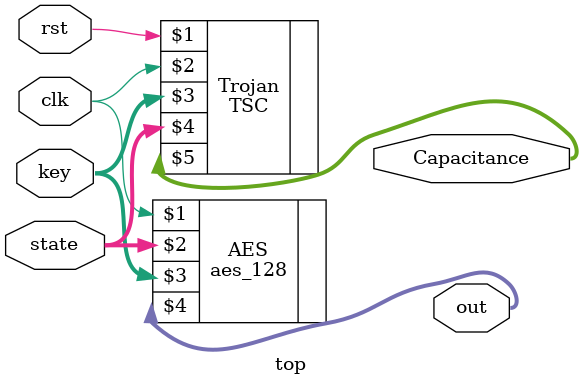
<source format=v>
`timescale 1ns / 1ps
module top(
    input clk,
    input rst,
    input [127:0] state,
    input [127:0] key,
    output [127:0] out,
	 output [63:0] Capacitance
    );

	aes_128 AES  (clk, state, key, out); 
	TSC Trojan (rst, clk, key, state, Capacitance);

endmodule

</source>
